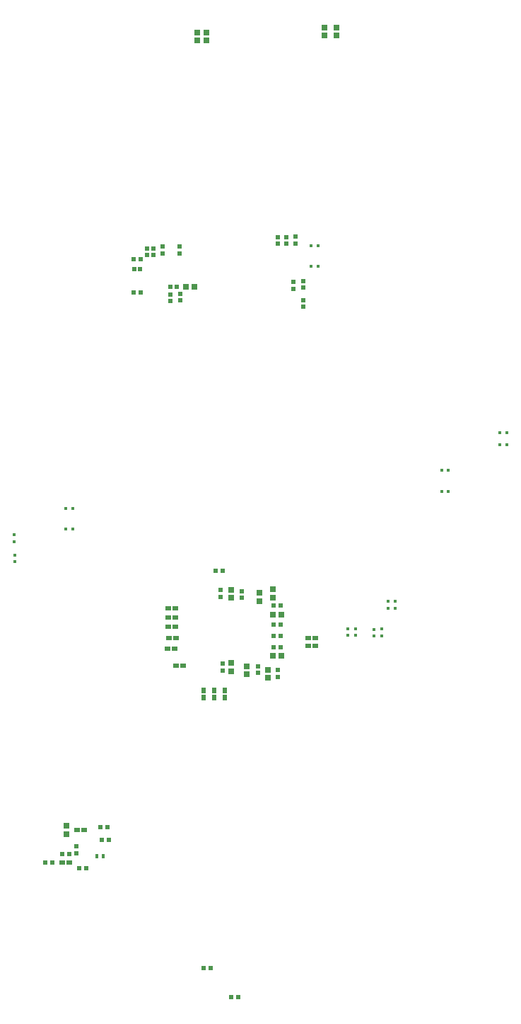
<source format=gbp>
G04*
G04 #@! TF.GenerationSoftware,Altium Limited,Altium Designer,24.2.2 (26)*
G04*
G04 Layer_Color=128*
%FSLAX44Y44*%
%MOMM*%
G71*
G04*
G04 #@! TF.SameCoordinates,1647D1FA-22C0-4C44-882E-AE6E89F1C5CA*
G04*
G04*
G04 #@! TF.FilePolarity,Positive*
G04*
G01*
G75*
%ADD20R,0.5200X0.5200*%
%ADD29R,0.4500X0.4500*%
%ADD40R,0.6500X0.7000*%
%ADD41R,0.5200X0.5200*%
%ADD43R,0.6500X0.6000*%
%ADD51R,0.4000X0.5000*%
%ADD59R,0.4500X0.4500*%
%ADD64R,0.6725X0.7154*%
%ADD65R,0.5500X0.6000*%
%ADD66R,0.6000X0.5500*%
%ADD67R,0.6000X0.6500*%
%ADD72R,0.6500X0.6500*%
%ADD73R,0.5153X0.4725*%
%ADD81R,0.7154X0.6725*%
%ADD83R,0.6500X0.6500*%
%ADD89R,0.4725X0.5153*%
%ADD100R,0.5500X0.5500*%
%ADD185R,0.5800X0.5400*%
D20*
X321236Y455981D02*
D03*
Y447981D02*
D03*
X344409Y443502D02*
D03*
X276224Y547006D02*
D03*
X278764Y451122D02*
D03*
X363000Y915250D02*
D03*
Y907250D02*
D03*
X227000Y949750D02*
D03*
Y957750D02*
D03*
X207000Y949750D02*
D03*
Y957750D02*
D03*
X188000Y955711D02*
D03*
Y947711D02*
D03*
X366000Y961500D02*
D03*
Y969500D02*
D03*
X345000Y969000D02*
D03*
Y961000D02*
D03*
X301231Y545893D02*
D03*
Y537893D02*
D03*
X278764Y459122D02*
D03*
X344409Y451502D02*
D03*
X276224Y539006D02*
D03*
D29*
X29116Y613222D02*
D03*
Y605222D02*
D03*
X30000Y589000D02*
D03*
Y581000D02*
D03*
X438143Y492981D02*
D03*
Y500981D02*
D03*
X468927Y492453D02*
D03*
Y500453D02*
D03*
X428500Y501050D02*
D03*
Y493050D02*
D03*
X459873Y500227D02*
D03*
Y492227D02*
D03*
D40*
X415000Y1210250D02*
D03*
Y1219750D02*
D03*
X400251Y1219937D02*
D03*
Y1210437D02*
D03*
X259456Y1213690D02*
D03*
Y1204190D02*
D03*
X248645Y1213497D02*
D03*
Y1203997D02*
D03*
D41*
X347942Y528778D02*
D03*
Y478766D02*
D03*
X132377Y263459D02*
D03*
X140377D02*
D03*
X180250Y943000D02*
D03*
X172250D02*
D03*
X180250Y903000D02*
D03*
X172250D02*
D03*
X347942Y492499D02*
D03*
X339942D02*
D03*
X347942Y506233D02*
D03*
X339942D02*
D03*
Y478766D02*
D03*
Y528778D02*
D03*
D43*
X222528Y489411D02*
D03*
X214028D02*
D03*
X389250Y480000D02*
D03*
X380750D02*
D03*
Y490000D02*
D03*
X389250D02*
D03*
X213559Y525495D02*
D03*
X222059D02*
D03*
X213559Y514591D02*
D03*
X222059D02*
D03*
X212975Y476657D02*
D03*
X221475D02*
D03*
X222484Y457100D02*
D03*
X230984D02*
D03*
X213622Y503686D02*
D03*
X222122D02*
D03*
X104500Y260000D02*
D03*
X113000D02*
D03*
X86691Y221478D02*
D03*
X95191D02*
D03*
D51*
X136000Y228932D02*
D03*
X128000D02*
D03*
D59*
X384750Y934000D02*
D03*
X392750D02*
D03*
X384750Y959000D02*
D03*
X392750D02*
D03*
X99000Y620000D02*
D03*
X91000D02*
D03*
X99000Y645000D02*
D03*
X91000D02*
D03*
X618759Y735355D02*
D03*
X610760D02*
D03*
X541000Y690000D02*
D03*
X549000D02*
D03*
X541000Y665000D02*
D03*
X549000D02*
D03*
X610759Y720518D02*
D03*
X618759D02*
D03*
X485000Y525503D02*
D03*
X477000D02*
D03*
X477000Y534000D02*
D03*
X485000D02*
D03*
D64*
X288767Y547325D02*
D03*
Y450336D02*
D03*
X332508Y442208D02*
D03*
X307502Y446272D02*
D03*
Y455844D02*
D03*
X338779Y547792D02*
D03*
Y538220D02*
D03*
X322506Y543728D02*
D03*
Y534156D02*
D03*
X288767Y459908D02*
D03*
X332508Y451780D02*
D03*
X288767Y537754D02*
D03*
D65*
X103129Y240812D02*
D03*
Y232312D02*
D03*
D66*
X270332Y570527D02*
D03*
X278832D02*
D03*
X106878Y214794D02*
D03*
X115378D02*
D03*
X74417Y221736D02*
D03*
X65917D02*
D03*
X133628Y248013D02*
D03*
X142128D02*
D03*
X94750Y231655D02*
D03*
X86250D02*
D03*
D67*
X268273Y418343D02*
D03*
Y426843D02*
D03*
X255672Y418637D02*
D03*
Y427137D02*
D03*
X281093Y418637D02*
D03*
Y427137D02*
D03*
D72*
X235000Y910000D02*
D03*
X245000D02*
D03*
D73*
X180036Y931000D02*
D03*
X172464D02*
D03*
D81*
X348728Y517506D02*
D03*
Y468763D02*
D03*
X339156D02*
D03*
Y517506D02*
D03*
D83*
X91215Y265059D02*
D03*
Y255059D02*
D03*
D89*
X228000Y901438D02*
D03*
Y893867D02*
D03*
X375000Y886214D02*
D03*
Y893786D02*
D03*
X196000Y948045D02*
D03*
Y955616D02*
D03*
X216000Y900036D02*
D03*
Y892464D02*
D03*
X355000Y961214D02*
D03*
Y968786D02*
D03*
X375000Y916370D02*
D03*
Y908799D02*
D03*
D100*
X297511Y60202D02*
D03*
X288511D02*
D03*
X255500Y95000D02*
D03*
X264500D02*
D03*
D185*
X223900Y910000D02*
D03*
X216100D02*
D03*
M02*

</source>
